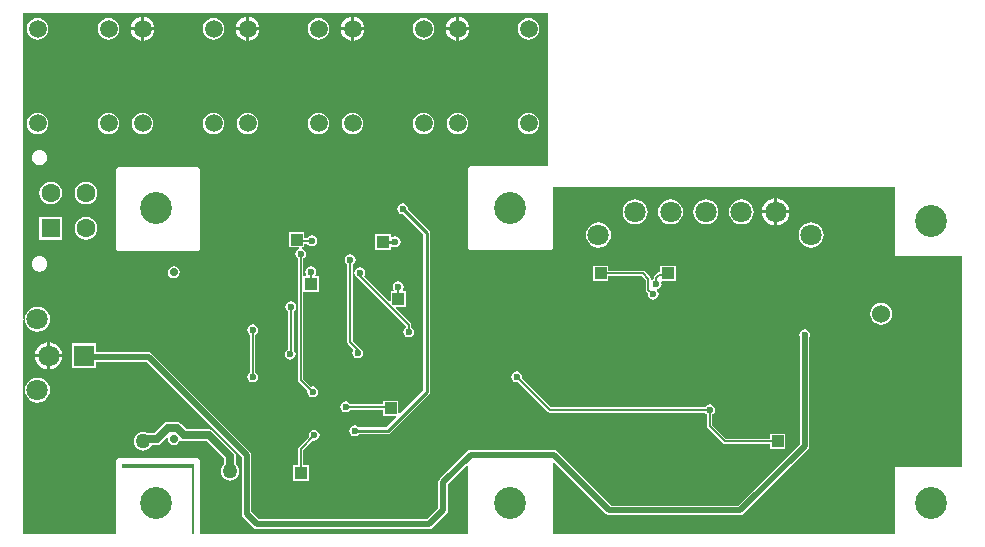
<source format=gbl>
G04*
G04 #@! TF.GenerationSoftware,Altium Limited,Altium Designer,19.1.9 (167)*
G04*
G04 Layer_Physical_Order=2*
G04 Layer_Color=16711680*
%FSLAX25Y25*%
%MOIN*%
G70*
G01*
G75*
%ADD11C,0.01968*%
%ADD13C,0.01000*%
%ADD17C,0.00606*%
%ADD57R,0.03937X0.03937*%
%ADD58C,0.02756*%
%ADD61C,0.07087*%
%ADD62R,0.07087X0.07087*%
%ADD63C,0.06299*%
%ADD64R,0.06299X0.06299*%
%ADD65C,0.06000*%
%ADD66C,0.02756*%
%ADD67C,0.10630*%
%ADD68C,0.05906*%
%ADD69C,0.05000*%
%ADD70C,0.02362*%
G36*
X176369Y124381D02*
X150961D01*
X150531Y124296D01*
X150168Y124053D01*
X149925Y123689D01*
X149839Y123260D01*
Y97276D01*
X149925Y96846D01*
X150168Y96482D01*
X150531Y96239D01*
X150961Y96154D01*
X176945D01*
X177374Y96239D01*
X177738Y96482D01*
X177981Y96846D01*
X178066Y97276D01*
Y117369D01*
X292236D01*
Y94189D01*
X314369D01*
Y23811D01*
X292189D01*
X292000Y23622D01*
Y1631D01*
X178114D01*
Y25327D01*
X178548Y25545D01*
X178596Y25551D01*
X195790Y8358D01*
X196314Y8008D01*
X196932Y7885D01*
X240500D01*
X241118Y8008D01*
X241642Y8358D01*
X263142Y29858D01*
X263492Y30382D01*
X263615Y31000D01*
Y67212D01*
X263678Y67305D01*
X263816Y68000D01*
X263678Y68695D01*
X263284Y69284D01*
X262695Y69678D01*
X262000Y69816D01*
X261305Y69678D01*
X260716Y69284D01*
X260322Y68695D01*
X260184Y68000D01*
X260322Y67305D01*
X260385Y67212D01*
Y31669D01*
X239831Y11115D01*
X197601D01*
X179498Y29219D01*
X178974Y29569D01*
X178355Y29692D01*
X150645D01*
X150026Y29569D01*
X149502Y29219D01*
X140358Y20074D01*
X140008Y19550D01*
X139885Y18932D01*
Y10169D01*
X136274Y6559D01*
X80048D01*
X77615Y8992D01*
Y27911D01*
X77492Y28529D01*
X77142Y29053D01*
X44531Y61664D01*
X44007Y62014D01*
X43389Y62137D01*
X25954D01*
Y65143D01*
X17668D01*
Y56857D01*
X25954D01*
Y58907D01*
X42720D01*
X74385Y27242D01*
Y8322D01*
X74508Y7704D01*
X74858Y7180D01*
X78237Y3801D01*
X78761Y3451D01*
X79379Y3328D01*
X136943D01*
X137562Y3451D01*
X138085Y3801D01*
X142642Y8358D01*
X142992Y8882D01*
X143115Y9500D01*
Y18263D01*
X149424Y24572D01*
X149886Y24381D01*
Y1631D01*
X60614D01*
Y25992D01*
X60528Y26421D01*
X60285Y26785D01*
X59921Y27028D01*
X59492Y27114D01*
X33508D01*
X33079Y27028D01*
X32715Y26785D01*
X32472Y26421D01*
X32386Y25992D01*
Y1631D01*
X1631D01*
Y49465D01*
X2131Y49498D01*
X2172Y49193D01*
X2263Y48501D01*
X2680Y47493D01*
X3344Y46628D01*
X4210Y45963D01*
X5218Y45546D01*
X6299Y45404D01*
X7381Y45546D01*
X8389Y45963D01*
X9254Y46628D01*
X9918Y47493D01*
X10336Y48501D01*
X10478Y49583D01*
X10336Y50664D01*
X9918Y51672D01*
X9254Y52538D01*
X8389Y53202D01*
X7381Y53619D01*
X6299Y53762D01*
X5218Y53619D01*
X4210Y53202D01*
X3344Y52538D01*
X2680Y51672D01*
X2263Y50664D01*
X2172Y49972D01*
X2131Y49667D01*
X1631Y49700D01*
Y73087D01*
X2131Y73120D01*
X2172Y72815D01*
X2263Y72123D01*
X2680Y71115D01*
X3344Y70250D01*
X4210Y69586D01*
X5218Y69168D01*
X6299Y69026D01*
X7381Y69168D01*
X8389Y69586D01*
X9254Y70250D01*
X9918Y71115D01*
X10336Y72123D01*
X10478Y73205D01*
X10336Y74286D01*
X9918Y75294D01*
X9254Y76160D01*
X8389Y76824D01*
X7381Y77241D01*
X6299Y77384D01*
X5218Y77241D01*
X4210Y76824D01*
X3344Y76160D01*
X2680Y75294D01*
X2263Y74286D01*
X2172Y73594D01*
X2131Y73289D01*
X1631Y73322D01*
X1631Y175369D01*
X176369Y175369D01*
Y124381D01*
D02*
G37*
G36*
X58371Y1631D02*
X57653D01*
Y23653D01*
X34629D01*
Y24871D01*
X58371D01*
Y1631D01*
D02*
G37*
%LPC*%
G36*
X146878Y173921D02*
Y170500D01*
X150299D01*
X150229Y171032D01*
X149831Y171993D01*
X149197Y172819D01*
X148371Y173453D01*
X147410Y173851D01*
X146878Y173921D01*
D02*
G37*
G36*
X111878D02*
Y170500D01*
X115299D01*
X115229Y171032D01*
X114831Y171993D01*
X114197Y172819D01*
X113371Y173453D01*
X112410Y173851D01*
X111878Y173921D01*
D02*
G37*
G36*
X76878D02*
Y170500D01*
X80299D01*
X80229Y171032D01*
X79831Y171993D01*
X79197Y172819D01*
X78371Y173453D01*
X77410Y173851D01*
X76878Y173921D01*
D02*
G37*
G36*
X145878D02*
X145346Y173851D01*
X144385Y173453D01*
X143559Y172819D01*
X142925Y171993D01*
X142527Y171032D01*
X142457Y170500D01*
X145878D01*
Y173921D01*
D02*
G37*
G36*
X110878D02*
X110346Y173851D01*
X109385Y173453D01*
X108559Y172819D01*
X107925Y171993D01*
X107527Y171032D01*
X107457Y170500D01*
X110878D01*
Y173921D01*
D02*
G37*
G36*
X75878D02*
X75346Y173851D01*
X74384Y173453D01*
X73559Y172819D01*
X72925Y171993D01*
X72527Y171032D01*
X72457Y170500D01*
X75878D01*
Y173921D01*
D02*
G37*
G36*
X41878D02*
Y170500D01*
X45299D01*
X45229Y171032D01*
X44831Y171993D01*
X44197Y172819D01*
X43371Y173453D01*
X42410Y173851D01*
X41878Y173921D01*
D02*
G37*
G36*
X40878D02*
X40346Y173851D01*
X39384Y173453D01*
X38559Y172819D01*
X37925Y171993D01*
X37527Y171032D01*
X37457Y170500D01*
X40878D01*
Y173921D01*
D02*
G37*
G36*
X170000Y173583D02*
X169073Y173461D01*
X168208Y173103D01*
X167466Y172534D01*
X166897Y171792D01*
X166539Y170927D01*
X166417Y170000D01*
X166539Y169073D01*
X166897Y168208D01*
X167466Y167466D01*
X168208Y166897D01*
X169073Y166539D01*
X170000Y166417D01*
X170927Y166539D01*
X171792Y166897D01*
X172534Y167466D01*
X173103Y168208D01*
X173461Y169073D01*
X173583Y170000D01*
X173461Y170927D01*
X173103Y171792D01*
X172534Y172534D01*
X171792Y173103D01*
X170927Y173461D01*
X170000Y173583D01*
D02*
G37*
G36*
X135000D02*
X134073Y173461D01*
X133208Y173103D01*
X132466Y172534D01*
X131897Y171792D01*
X131539Y170927D01*
X131417Y170000D01*
X131539Y169073D01*
X131897Y168208D01*
X132466Y167466D01*
X133208Y166897D01*
X134073Y166539D01*
X135000Y166417D01*
X135927Y166539D01*
X136792Y166897D01*
X137534Y167466D01*
X138103Y168208D01*
X138461Y169073D01*
X138583Y170000D01*
X138461Y170927D01*
X138103Y171792D01*
X137534Y172534D01*
X136792Y173103D01*
X135927Y173461D01*
X135000Y173583D01*
D02*
G37*
G36*
X100000D02*
X99073Y173461D01*
X98208Y173103D01*
X97466Y172534D01*
X96897Y171792D01*
X96539Y170927D01*
X96417Y170000D01*
X96539Y169073D01*
X96897Y168208D01*
X97466Y167466D01*
X98208Y166897D01*
X99073Y166539D01*
X100000Y166417D01*
X100927Y166539D01*
X101792Y166897D01*
X102534Y167466D01*
X103103Y168208D01*
X103461Y169073D01*
X103583Y170000D01*
X103461Y170927D01*
X103103Y171792D01*
X102534Y172534D01*
X101792Y173103D01*
X100927Y173461D01*
X100000Y173583D01*
D02*
G37*
G36*
X65000D02*
X64073Y173461D01*
X63208Y173103D01*
X62466Y172534D01*
X61897Y171792D01*
X61539Y170927D01*
X61417Y170000D01*
X61539Y169073D01*
X61897Y168208D01*
X62466Y167466D01*
X63208Y166897D01*
X64073Y166539D01*
X65000Y166417D01*
X65927Y166539D01*
X66792Y166897D01*
X67534Y167466D01*
X68103Y168208D01*
X68461Y169073D01*
X68583Y170000D01*
X68461Y170927D01*
X68103Y171792D01*
X67534Y172534D01*
X66792Y173103D01*
X65927Y173461D01*
X65000Y173583D01*
D02*
G37*
G36*
X30000D02*
X29073Y173461D01*
X28208Y173103D01*
X27466Y172534D01*
X26897Y171792D01*
X26539Y170927D01*
X26417Y170000D01*
X26539Y169073D01*
X26897Y168208D01*
X27466Y167466D01*
X28208Y166897D01*
X29073Y166539D01*
X30000Y166417D01*
X30927Y166539D01*
X31792Y166897D01*
X32534Y167466D01*
X33103Y168208D01*
X33461Y169073D01*
X33583Y170000D01*
X33461Y170927D01*
X33103Y171792D01*
X32534Y172534D01*
X31792Y173103D01*
X30927Y173461D01*
X30000Y173583D01*
D02*
G37*
G36*
X6378D02*
X5451Y173461D01*
X4586Y173103D01*
X3844Y172534D01*
X3275Y171792D01*
X2917Y170927D01*
X2795Y170000D01*
X2917Y169073D01*
X3275Y168208D01*
X3844Y167466D01*
X4586Y166897D01*
X5451Y166539D01*
X6378Y166417D01*
X7305Y166539D01*
X8170Y166897D01*
X8912Y167466D01*
X9481Y168208D01*
X9839Y169073D01*
X9961Y170000D01*
X9839Y170927D01*
X9481Y171792D01*
X8912Y172534D01*
X8170Y173103D01*
X7305Y173461D01*
X6378Y173583D01*
D02*
G37*
G36*
X150299Y169500D02*
X146878D01*
Y166079D01*
X147410Y166149D01*
X148371Y166547D01*
X149197Y167181D01*
X149831Y168007D01*
X150229Y168968D01*
X150299Y169500D01*
D02*
G37*
G36*
X115299D02*
X111878D01*
Y166079D01*
X112410Y166149D01*
X113371Y166547D01*
X114197Y167181D01*
X114831Y168007D01*
X115229Y168968D01*
X115299Y169500D01*
D02*
G37*
G36*
X80299D02*
X76878D01*
Y166079D01*
X77410Y166149D01*
X78371Y166547D01*
X79197Y167181D01*
X79831Y168007D01*
X80229Y168968D01*
X80299Y169500D01*
D02*
G37*
G36*
X45299Y169500D02*
X41878D01*
Y166079D01*
X42410Y166149D01*
X43371Y166547D01*
X44197Y167181D01*
X44831Y168007D01*
X45229Y168968D01*
X45299Y169500D01*
D02*
G37*
G36*
X40878D02*
X37457D01*
X37527Y168968D01*
X37925Y168007D01*
X38559Y167181D01*
X39384Y166547D01*
X40346Y166149D01*
X40878Y166079D01*
Y169500D01*
D02*
G37*
G36*
X145878Y169500D02*
X142457D01*
X142527Y168968D01*
X142925Y168007D01*
X143559Y167181D01*
X144385Y166547D01*
X145346Y166149D01*
X145878Y166079D01*
Y169500D01*
D02*
G37*
G36*
X110878D02*
X107457D01*
X107527Y168968D01*
X107925Y168007D01*
X108559Y167181D01*
X109385Y166547D01*
X110346Y166149D01*
X110878Y166079D01*
Y169500D01*
D02*
G37*
G36*
X75878D02*
X72457D01*
X72527Y168968D01*
X72925Y168007D01*
X73559Y167181D01*
X74384Y166547D01*
X75346Y166149D01*
X75878Y166079D01*
Y169500D01*
D02*
G37*
G36*
X170000Y142087D02*
X169073Y141965D01*
X168208Y141607D01*
X167466Y141038D01*
X166897Y140296D01*
X166539Y139431D01*
X166417Y138504D01*
X166539Y137576D01*
X166897Y136712D01*
X167466Y135970D01*
X168208Y135401D01*
X169073Y135043D01*
X170000Y134921D01*
X170927Y135043D01*
X171792Y135401D01*
X172534Y135970D01*
X173103Y136712D01*
X173461Y137576D01*
X173583Y138504D01*
X173461Y139431D01*
X173103Y140296D01*
X172534Y141038D01*
X171792Y141607D01*
X170927Y141965D01*
X170000Y142087D01*
D02*
G37*
G36*
X146378D02*
X145450Y141965D01*
X144586Y141607D01*
X143844Y141038D01*
X143275Y140296D01*
X142917Y139431D01*
X142795Y138504D01*
X142917Y137576D01*
X143275Y136712D01*
X143844Y135970D01*
X144586Y135401D01*
X145450Y135043D01*
X146378Y134921D01*
X147305Y135043D01*
X148170Y135401D01*
X148912Y135970D01*
X149481Y136712D01*
X149839Y137576D01*
X149961Y138504D01*
X149839Y139431D01*
X149481Y140296D01*
X148912Y141038D01*
X148170Y141607D01*
X147305Y141965D01*
X146378Y142087D01*
D02*
G37*
G36*
X135000D02*
X134073Y141965D01*
X133208Y141607D01*
X132466Y141038D01*
X131897Y140296D01*
X131539Y139431D01*
X131417Y138504D01*
X131539Y137576D01*
X131897Y136712D01*
X132466Y135970D01*
X133208Y135401D01*
X134073Y135043D01*
X135000Y134921D01*
X135927Y135043D01*
X136792Y135401D01*
X137534Y135970D01*
X138103Y136712D01*
X138461Y137576D01*
X138583Y138504D01*
X138461Y139431D01*
X138103Y140296D01*
X137534Y141038D01*
X136792Y141607D01*
X135927Y141965D01*
X135000Y142087D01*
D02*
G37*
G36*
X111378D02*
X110450Y141965D01*
X109586Y141607D01*
X108844Y141038D01*
X108275Y140296D01*
X107917Y139431D01*
X107794Y138504D01*
X107917Y137576D01*
X108275Y136712D01*
X108844Y135970D01*
X109586Y135401D01*
X110450Y135043D01*
X111378Y134921D01*
X112305Y135043D01*
X113170Y135401D01*
X113912Y135970D01*
X114481Y136712D01*
X114839Y137576D01*
X114961Y138504D01*
X114839Y139431D01*
X114481Y140296D01*
X113912Y141038D01*
X113170Y141607D01*
X112305Y141965D01*
X111378Y142087D01*
D02*
G37*
G36*
X100000D02*
X99073Y141965D01*
X98208Y141607D01*
X97466Y141038D01*
X96897Y140296D01*
X96539Y139431D01*
X96417Y138504D01*
X96539Y137576D01*
X96897Y136712D01*
X97466Y135970D01*
X98208Y135401D01*
X99073Y135043D01*
X100000Y134921D01*
X100927Y135043D01*
X101792Y135401D01*
X102534Y135970D01*
X103103Y136712D01*
X103461Y137576D01*
X103583Y138504D01*
X103461Y139431D01*
X103103Y140296D01*
X102534Y141038D01*
X101792Y141607D01*
X100927Y141965D01*
X100000Y142087D01*
D02*
G37*
G36*
X76378D02*
X75450Y141965D01*
X74586Y141607D01*
X73844Y141038D01*
X73275Y140296D01*
X72917Y139431D01*
X72795Y138504D01*
X72917Y137576D01*
X73275Y136712D01*
X73844Y135970D01*
X74586Y135401D01*
X75450Y135043D01*
X76378Y134921D01*
X77305Y135043D01*
X78170Y135401D01*
X78912Y135970D01*
X79481Y136712D01*
X79839Y137576D01*
X79961Y138504D01*
X79839Y139431D01*
X79481Y140296D01*
X78912Y141038D01*
X78170Y141607D01*
X77305Y141965D01*
X76378Y142087D01*
D02*
G37*
G36*
X65000D02*
X64073Y141965D01*
X63208Y141607D01*
X62466Y141038D01*
X61897Y140296D01*
X61539Y139431D01*
X61417Y138504D01*
X61539Y137576D01*
X61897Y136712D01*
X62466Y135970D01*
X63208Y135401D01*
X64073Y135043D01*
X65000Y134921D01*
X65927Y135043D01*
X66792Y135401D01*
X67534Y135970D01*
X68103Y136712D01*
X68461Y137576D01*
X68583Y138504D01*
X68461Y139431D01*
X68103Y140296D01*
X67534Y141038D01*
X66792Y141607D01*
X65927Y141965D01*
X65000Y142087D01*
D02*
G37*
G36*
X41378D02*
X40451Y141965D01*
X39586Y141607D01*
X38844Y141038D01*
X38275Y140296D01*
X37917Y139431D01*
X37795Y138504D01*
X37917Y137576D01*
X38275Y136712D01*
X38844Y135970D01*
X39586Y135401D01*
X40451Y135043D01*
X41378Y134921D01*
X42305Y135043D01*
X43170Y135401D01*
X43912Y135970D01*
X44481Y136712D01*
X44839Y137576D01*
X44961Y138504D01*
X44839Y139431D01*
X44481Y140296D01*
X43912Y141038D01*
X43170Y141607D01*
X42305Y141965D01*
X41378Y142087D01*
D02*
G37*
G36*
X30000D02*
X29073Y141965D01*
X28208Y141607D01*
X27466Y141038D01*
X26897Y140296D01*
X26539Y139431D01*
X26417Y138504D01*
X26539Y137576D01*
X26897Y136712D01*
X27466Y135970D01*
X28208Y135401D01*
X29073Y135043D01*
X30000Y134921D01*
X30927Y135043D01*
X31792Y135401D01*
X32534Y135970D01*
X33103Y136712D01*
X33461Y137576D01*
X33583Y138504D01*
X33461Y139431D01*
X33103Y140296D01*
X32534Y141038D01*
X31792Y141607D01*
X30927Y141965D01*
X30000Y142087D01*
D02*
G37*
G36*
X6378D02*
X5451Y141965D01*
X4586Y141607D01*
X3844Y141038D01*
X3275Y140296D01*
X2917Y139431D01*
X2795Y138504D01*
X2917Y137576D01*
X3275Y136712D01*
X3844Y135970D01*
X4586Y135401D01*
X5451Y135043D01*
X6378Y134921D01*
X7305Y135043D01*
X8170Y135401D01*
X8912Y135970D01*
X9481Y136712D01*
X9839Y137576D01*
X9961Y138504D01*
X9839Y139431D01*
X9481Y140296D01*
X8912Y141038D01*
X8170Y141607D01*
X7305Y141965D01*
X6378Y142087D01*
D02*
G37*
G36*
X6988Y129752D02*
X6307Y129663D01*
X5673Y129400D01*
X5128Y128982D01*
X4710Y128437D01*
X4448Y127803D01*
X4358Y127122D01*
X4448Y126441D01*
X4710Y125807D01*
X5128Y125262D01*
X5673Y124844D01*
X6307Y124581D01*
X6988Y124492D01*
X7669Y124581D01*
X8303Y124844D01*
X8848Y125262D01*
X9266Y125807D01*
X9529Y126441D01*
X9619Y127122D01*
X9529Y127803D01*
X9266Y128437D01*
X8848Y128982D01*
X8303Y129400D01*
X7669Y129663D01*
X6988Y129752D01*
D02*
G37*
G36*
X22500Y119093D02*
X21521Y118964D01*
X20609Y118586D01*
X19826Y117985D01*
X19225Y117202D01*
X18847Y116290D01*
X18718Y115311D01*
X18847Y114332D01*
X19225Y113420D01*
X19826Y112637D01*
X20609Y112036D01*
X21521Y111658D01*
X22500Y111529D01*
X23479Y111658D01*
X24391Y112036D01*
X25174Y112637D01*
X25775Y113420D01*
X26153Y114332D01*
X26282Y115311D01*
X26153Y116290D01*
X25775Y117202D01*
X25174Y117985D01*
X24391Y118586D01*
X23479Y118964D01*
X22500Y119093D01*
D02*
G37*
G36*
X10689D02*
X9710Y118964D01*
X8798Y118586D01*
X8015Y117985D01*
X7414Y117202D01*
X7036Y116290D01*
X6907Y115311D01*
X7036Y114332D01*
X7414Y113420D01*
X8015Y112637D01*
X8798Y112036D01*
X9710Y111658D01*
X10689Y111529D01*
X11668Y111658D01*
X12580Y112036D01*
X13363Y112637D01*
X13964Y113420D01*
X14342Y114332D01*
X14471Y115311D01*
X14342Y116290D01*
X13964Y117202D01*
X13363Y117985D01*
X12580Y118586D01*
X11668Y118964D01*
X10689Y119093D01*
D02*
G37*
G36*
X252850Y113517D02*
Y109500D01*
X256867D01*
X256777Y110186D01*
X256319Y111291D01*
X255591Y112240D01*
X254642Y112969D01*
X253536Y113426D01*
X252850Y113517D01*
D02*
G37*
G36*
X251850Y113517D02*
X251164Y113426D01*
X250059Y112969D01*
X249110Y112240D01*
X248382Y111291D01*
X247924Y110186D01*
X247834Y109500D01*
X251850D01*
Y113517D01*
D02*
G37*
G36*
X240933Y113179D02*
X239851Y113037D01*
X238843Y112619D01*
X237978Y111955D01*
X237314Y111090D01*
X236896Y110082D01*
X236754Y109000D01*
X236896Y107918D01*
X237314Y106911D01*
X237978Y106045D01*
X238843Y105381D01*
X239851Y104963D01*
X240933Y104821D01*
X242015Y104963D01*
X243023Y105381D01*
X243888Y106045D01*
X244552Y106911D01*
X244970Y107918D01*
X245112Y109000D01*
X244970Y110082D01*
X244552Y111090D01*
X243888Y111955D01*
X243023Y112619D01*
X242015Y113037D01*
X240933Y113179D01*
D02*
G37*
G36*
X229122D02*
X228040Y113037D01*
X227032Y112619D01*
X226167Y111955D01*
X225503Y111090D01*
X225085Y110082D01*
X224943Y109000D01*
X225085Y107918D01*
X225503Y106911D01*
X226167Y106045D01*
X227032Y105381D01*
X228040Y104963D01*
X229122Y104821D01*
X230204Y104963D01*
X231212Y105381D01*
X232077Y106045D01*
X232741Y106911D01*
X233159Y107918D01*
X233301Y109000D01*
X233159Y110082D01*
X232741Y111090D01*
X232077Y111955D01*
X231212Y112619D01*
X230204Y113037D01*
X229122Y113179D01*
D02*
G37*
G36*
X217311D02*
X216229Y113037D01*
X215222Y112619D01*
X214356Y111955D01*
X213692Y111090D01*
X213274Y110082D01*
X213132Y109000D01*
X213274Y107918D01*
X213692Y106911D01*
X214356Y106045D01*
X215222Y105381D01*
X216229Y104963D01*
X217311Y104821D01*
X218393Y104963D01*
X219401Y105381D01*
X220266Y106045D01*
X220930Y106911D01*
X221348Y107918D01*
X221490Y109000D01*
X221348Y110082D01*
X220930Y111090D01*
X220266Y111955D01*
X219401Y112619D01*
X218393Y113037D01*
X217311Y113179D01*
D02*
G37*
G36*
X205500D02*
X204418Y113037D01*
X203411Y112619D01*
X202545Y111955D01*
X201881Y111090D01*
X201463Y110082D01*
X201321Y109000D01*
X201463Y107918D01*
X201881Y106911D01*
X202545Y106045D01*
X203411Y105381D01*
X204418Y104963D01*
X205500Y104821D01*
X206582Y104963D01*
X207590Y105381D01*
X208455Y106045D01*
X209119Y106911D01*
X209537Y107918D01*
X209679Y109000D01*
X209537Y110082D01*
X209119Y111090D01*
X208455Y111955D01*
X207590Y112619D01*
X206582Y113037D01*
X205500Y113179D01*
D02*
G37*
G36*
X256867Y108500D02*
X252850D01*
Y104483D01*
X253536Y104574D01*
X254642Y105031D01*
X255591Y105760D01*
X256319Y106709D01*
X256777Y107814D01*
X256867Y108500D01*
D02*
G37*
G36*
X251850D02*
X247834D01*
X247924Y107814D01*
X248382Y106709D01*
X249110Y105760D01*
X250059Y105031D01*
X251164Y104574D01*
X251850Y104483D01*
Y108500D01*
D02*
G37*
G36*
X14439Y107250D02*
X6939D01*
Y99750D01*
X14439D01*
Y107250D01*
D02*
G37*
G36*
X22500Y107282D02*
X21521Y107153D01*
X20609Y106775D01*
X19826Y106174D01*
X19225Y105391D01*
X18847Y104479D01*
X18718Y103500D01*
X18847Y102521D01*
X19225Y101609D01*
X19826Y100826D01*
X20609Y100225D01*
X21521Y99847D01*
X22500Y99718D01*
X23479Y99847D01*
X24391Y100225D01*
X25174Y100826D01*
X25775Y101609D01*
X26153Y102521D01*
X26282Y103500D01*
X26153Y104479D01*
X25775Y105391D01*
X25174Y106174D01*
X24391Y106775D01*
X23479Y107153D01*
X22500Y107282D01*
D02*
G37*
G36*
X95299Y102338D02*
X90162D01*
Y97201D01*
X93372D01*
X93422Y96701D01*
X93305Y96678D01*
X92716Y96284D01*
X92322Y95695D01*
X92184Y95000D01*
X92322Y94305D01*
X92716Y93716D01*
X93079Y93473D01*
Y53000D01*
X93149Y52648D01*
X93349Y52349D01*
X96269Y49428D01*
X96184Y49000D01*
X96322Y48305D01*
X96716Y47716D01*
X97305Y47322D01*
X98000Y47184D01*
X98695Y47322D01*
X99284Y47716D01*
X99678Y48305D01*
X99816Y49000D01*
X99678Y49695D01*
X99284Y50284D01*
X98695Y50678D01*
X98000Y50816D01*
X97571Y50731D01*
X94921Y53381D01*
Y82432D01*
X100002D01*
Y87568D01*
X99220D01*
X98953Y88068D01*
X99111Y88305D01*
X99249Y89000D01*
X99111Y89695D01*
X98717Y90284D01*
X98128Y90678D01*
X97433Y90816D01*
X96738Y90678D01*
X96149Y90284D01*
X95756Y89695D01*
X95617Y89000D01*
X95756Y88305D01*
X95914Y88068D01*
X95646Y87568D01*
X94921D01*
Y93473D01*
X95284Y93716D01*
X95678Y94305D01*
X95816Y95000D01*
X95678Y95695D01*
X95284Y96284D01*
X94695Y96678D01*
X94578Y96701D01*
X94628Y97201D01*
X95299D01*
Y98387D01*
X96208D01*
X96451Y98024D01*
X97040Y97631D01*
X97735Y97492D01*
X98430Y97631D01*
X99019Y98024D01*
X99413Y98613D01*
X99551Y99308D01*
X99413Y100003D01*
X99019Y100592D01*
X98430Y100986D01*
X97735Y101124D01*
X97040Y100986D01*
X96451Y100592D01*
X96208Y100229D01*
X95299D01*
Y102338D01*
D02*
G37*
G36*
X124068Y101568D02*
X118931D01*
Y96431D01*
X124068D01*
Y97213D01*
X124568Y97480D01*
X124805Y97322D01*
X125500Y97184D01*
X126195Y97322D01*
X126784Y97716D01*
X127178Y98305D01*
X127316Y99000D01*
X127178Y99695D01*
X126784Y100284D01*
X126195Y100678D01*
X125500Y100816D01*
X124805Y100678D01*
X124568Y100520D01*
X124068Y100787D01*
Y101568D01*
D02*
G37*
G36*
X264161Y105463D02*
X263080Y105320D01*
X262072Y104903D01*
X261206Y104238D01*
X260542Y103373D01*
X260125Y102365D01*
X259982Y101284D01*
X260125Y100202D01*
X260542Y99194D01*
X261206Y98328D01*
X262072Y97664D01*
X263080Y97247D01*
X264161Y97104D01*
X265243Y97247D01*
X266251Y97664D01*
X267116Y98328D01*
X267781Y99194D01*
X268198Y100202D01*
X268340Y101284D01*
X268198Y102365D01*
X267781Y103373D01*
X267116Y104238D01*
X266251Y104903D01*
X265243Y105320D01*
X264161Y105463D01*
D02*
G37*
G36*
X193295D02*
X192214Y105320D01*
X191206Y104903D01*
X190340Y104238D01*
X189676Y103373D01*
X189259Y102365D01*
X189116Y101284D01*
X189259Y100202D01*
X189676Y99194D01*
X190340Y98328D01*
X191206Y97664D01*
X192214Y97247D01*
X193295Y97104D01*
X194377Y97247D01*
X195385Y97664D01*
X196250Y98328D01*
X196914Y99194D01*
X197332Y100202D01*
X197474Y101284D01*
X197332Y102365D01*
X196914Y103373D01*
X196250Y104238D01*
X195385Y104903D01*
X194377Y105320D01*
X193295Y105463D01*
D02*
G37*
G36*
X59492Y124114D02*
X33508D01*
X33079Y124028D01*
X32715Y123785D01*
X32472Y123421D01*
X32386Y122992D01*
Y97008D01*
X32472Y96579D01*
X32715Y96215D01*
X33079Y95972D01*
X33508Y95886D01*
X59492D01*
X59921Y95972D01*
X60285Y96215D01*
X60528Y96579D01*
X60614Y97008D01*
Y122992D01*
X60528Y123421D01*
X60285Y123785D01*
X59921Y124028D01*
X59492Y124114D01*
D02*
G37*
G36*
X6988Y94319D02*
X6307Y94230D01*
X5673Y93967D01*
X5128Y93549D01*
X4710Y93004D01*
X4447Y92370D01*
X4358Y91689D01*
X4447Y91008D01*
X4710Y90374D01*
X5128Y89829D01*
X5673Y89411D01*
X6307Y89148D01*
X6988Y89059D01*
X7669Y89148D01*
X8303Y89411D01*
X8848Y89829D01*
X9266Y90374D01*
X9529Y91008D01*
X9619Y91689D01*
X9529Y92370D01*
X9266Y93004D01*
X8848Y93549D01*
X8303Y93967D01*
X7669Y94230D01*
X6988Y94319D01*
D02*
G37*
G36*
X51748Y90828D02*
X50976Y90674D01*
X50322Y90237D01*
X49885Y89583D01*
X49731Y88811D01*
X49885Y88039D01*
X50322Y87385D01*
X50976Y86948D01*
X51748Y86794D01*
X52520Y86948D01*
X53174Y87385D01*
X53611Y88039D01*
X53765Y88811D01*
X53611Y89583D01*
X53174Y90237D01*
X52520Y90674D01*
X51748Y90828D01*
D02*
G37*
G36*
X219069Y91069D02*
X213931D01*
Y88921D01*
X213500D01*
X213148Y88851D01*
X212849Y88651D01*
X211939Y87742D01*
X211740Y87443D01*
X211670Y87090D01*
Y86686D01*
X211284Y86422D01*
X210837Y86611D01*
Y86734D01*
X210767Y87086D01*
X210567Y87385D01*
X208801Y89151D01*
X208502Y89351D01*
X208150Y89421D01*
X196569D01*
Y91069D01*
X191431D01*
Y85931D01*
X196569D01*
Y87579D01*
X207768D01*
X208995Y86352D01*
Y83084D01*
X209065Y82732D01*
X209265Y82433D01*
X209769Y81928D01*
X209684Y81500D01*
X209822Y80805D01*
X210216Y80216D01*
X210805Y79822D01*
X211500Y79684D01*
X212195Y79822D01*
X212784Y80216D01*
X213178Y80805D01*
X213316Y81500D01*
X213178Y82195D01*
X212816Y82737D01*
X212856Y82996D01*
X212951Y83274D01*
X213195Y83322D01*
X213784Y83716D01*
X214178Y84305D01*
X214316Y85000D01*
X214230Y85431D01*
X214575Y85931D01*
X219069D01*
Y91069D01*
D02*
G37*
G36*
X287500Y78631D02*
X286560Y78507D01*
X285684Y78145D01*
X284932Y77568D01*
X284355Y76815D01*
X283993Y75940D01*
X283869Y75000D01*
X283993Y74060D01*
X284355Y73185D01*
X284932Y72432D01*
X285684Y71855D01*
X286560Y71493D01*
X287500Y71369D01*
X288440Y71493D01*
X289316Y71855D01*
X290068Y72432D01*
X290645Y73185D01*
X291007Y74060D01*
X291131Y75000D01*
X291007Y75940D01*
X290645Y76815D01*
X290068Y77568D01*
X289316Y78145D01*
X288440Y78507D01*
X287500Y78631D01*
D02*
G37*
G36*
X113750Y90566D02*
X113055Y90428D01*
X112466Y90034D01*
X112072Y89445D01*
X111934Y88750D01*
X112072Y88055D01*
X112466Y87466D01*
X112989Y87117D01*
X113099Y86952D01*
X129057Y70994D01*
X129028Y70493D01*
X128716Y70284D01*
X128322Y69695D01*
X128184Y69000D01*
X128322Y68305D01*
X128716Y67716D01*
X129305Y67322D01*
X130000Y67184D01*
X130695Y67322D01*
X131284Y67716D01*
X131678Y68305D01*
X131816Y69000D01*
X131678Y69695D01*
X131284Y70284D01*
X130921Y70527D01*
Y71353D01*
X130851Y71705D01*
X130651Y72004D01*
X125686Y76970D01*
X125877Y77431D01*
X129136D01*
Y82569D01*
X128354D01*
X128087Y83069D01*
X128245Y83305D01*
X128383Y84000D01*
X128245Y84695D01*
X127851Y85284D01*
X127262Y85678D01*
X126567Y85816D01*
X125872Y85678D01*
X125283Y85284D01*
X124890Y84695D01*
X124751Y84000D01*
X124890Y83305D01*
X125048Y83069D01*
X124780Y82569D01*
X123999D01*
Y79310D01*
X123537Y79118D01*
X115096Y87559D01*
X115428Y88055D01*
X115566Y88750D01*
X115428Y89445D01*
X115034Y90034D01*
X114445Y90428D01*
X113750Y90566D01*
D02*
G37*
G36*
X10500Y65517D02*
Y61500D01*
X14517D01*
X14426Y62186D01*
X13969Y63291D01*
X13240Y64240D01*
X12291Y64969D01*
X11186Y65426D01*
X10500Y65517D01*
D02*
G37*
G36*
X9500D02*
X8814Y65426D01*
X7709Y64969D01*
X6760Y64240D01*
X6031Y63291D01*
X5574Y62186D01*
X5483Y61500D01*
X9500D01*
Y65517D01*
D02*
G37*
G36*
X110500Y94816D02*
X109805Y94678D01*
X109216Y94284D01*
X108822Y93695D01*
X108684Y93000D01*
X108822Y92305D01*
X109216Y91716D01*
X109579Y91473D01*
Y65500D01*
X109649Y65148D01*
X109849Y64849D01*
X111595Y63103D01*
X111322Y62695D01*
X111184Y62000D01*
X111322Y61305D01*
X111716Y60716D01*
X112305Y60322D01*
X113000Y60184D01*
X113695Y60322D01*
X114284Y60716D01*
X114678Y61305D01*
X114816Y62000D01*
X114678Y62695D01*
X114284Y63284D01*
X113695Y63678D01*
X113607Y63695D01*
X111421Y65881D01*
Y91473D01*
X111784Y91716D01*
X112178Y92305D01*
X112316Y93000D01*
X112178Y93695D01*
X111784Y94284D01*
X111195Y94678D01*
X110500Y94816D01*
D02*
G37*
G36*
X90745Y79161D02*
X90050Y79023D01*
X89461Y78629D01*
X89067Y78040D01*
X88929Y77345D01*
X89067Y76650D01*
X89461Y76061D01*
X89824Y75818D01*
Y63182D01*
X89805Y63178D01*
X89216Y62784D01*
X88822Y62195D01*
X88684Y61500D01*
X88822Y60805D01*
X89216Y60216D01*
X89805Y59822D01*
X90500Y59684D01*
X91195Y59822D01*
X91784Y60216D01*
X92178Y60805D01*
X92316Y61500D01*
X92178Y62195D01*
X91784Y62784D01*
X91666Y62863D01*
Y75818D01*
X92029Y76061D01*
X92423Y76650D01*
X92561Y77345D01*
X92423Y78040D01*
X92029Y78629D01*
X91440Y79023D01*
X90745Y79161D01*
D02*
G37*
G36*
X14517Y60500D02*
X10500D01*
Y56483D01*
X11186Y56574D01*
X12291Y57031D01*
X13240Y57760D01*
X13969Y58709D01*
X14426Y59814D01*
X14517Y60500D01*
D02*
G37*
G36*
X9500D02*
X5483D01*
X5574Y59814D01*
X6031Y58709D01*
X6760Y57760D01*
X7709Y57031D01*
X8814Y56574D01*
X9500Y56483D01*
Y60500D01*
D02*
G37*
G36*
X78000Y71454D02*
X77305Y71316D01*
X76716Y70922D01*
X76322Y70333D01*
X76184Y69638D01*
X76322Y68944D01*
X76716Y68354D01*
X77079Y68112D01*
Y55527D01*
X76716Y55284D01*
X76322Y54695D01*
X76184Y54000D01*
X76322Y53305D01*
X76716Y52716D01*
X77305Y52322D01*
X78000Y52184D01*
X78695Y52322D01*
X79284Y52716D01*
X79678Y53305D01*
X79816Y54000D01*
X79678Y54695D01*
X79284Y55284D01*
X78921Y55527D01*
Y68112D01*
X79284Y68354D01*
X79678Y68944D01*
X79816Y69638D01*
X79678Y70333D01*
X79284Y70922D01*
X78695Y71316D01*
X78000Y71454D01*
D02*
G37*
G36*
X128000Y111816D02*
X127305Y111678D01*
X126716Y111284D01*
X126322Y110695D01*
X126184Y110000D01*
X126322Y109305D01*
X126716Y108716D01*
X127305Y108322D01*
X128000Y108184D01*
X128192Y108222D01*
X134878Y101535D01*
Y49465D01*
X127030Y41617D01*
X126568Y41808D01*
Y46069D01*
X121432D01*
Y44921D01*
X110527D01*
X110284Y45284D01*
X109695Y45678D01*
X109000Y45816D01*
X108305Y45678D01*
X107716Y45284D01*
X107322Y44695D01*
X107184Y44000D01*
X107322Y43305D01*
X107716Y42716D01*
X108305Y42322D01*
X109000Y42184D01*
X109695Y42322D01*
X110284Y42716D01*
X110527Y43079D01*
X121432D01*
Y40931D01*
X125692D01*
X125883Y40470D01*
X122535Y37122D01*
X113393D01*
X113284Y37284D01*
X112695Y37678D01*
X112000Y37816D01*
X111305Y37678D01*
X110716Y37284D01*
X110322Y36695D01*
X110184Y36000D01*
X110322Y35305D01*
X110716Y34716D01*
X111305Y34322D01*
X112000Y34184D01*
X112695Y34322D01*
X113284Y34716D01*
X113393Y34878D01*
X123000D01*
X123000Y34878D01*
X123429Y34964D01*
X123793Y35207D01*
X136793Y48207D01*
X136793Y48207D01*
X137036Y48571D01*
X137122Y49000D01*
X137122Y49000D01*
Y102000D01*
X137122Y102000D01*
X137036Y102429D01*
X136793Y102793D01*
X136793Y102793D01*
X129778Y109808D01*
X129816Y110000D01*
X129678Y110695D01*
X129284Y111284D01*
X128695Y111678D01*
X128000Y111816D01*
D02*
G37*
G36*
X52793Y39017D02*
X49740D01*
X48968Y38863D01*
X48314Y38426D01*
X45165Y35277D01*
X42897D01*
X42309Y35520D01*
X41500Y35627D01*
X40691Y35520D01*
X39937Y35208D01*
X39289Y34711D01*
X38792Y34063D01*
X38480Y33309D01*
X38373Y32500D01*
X38480Y31691D01*
X38792Y30937D01*
X39289Y30289D01*
X39937Y29792D01*
X40691Y29480D01*
X41500Y29373D01*
X42309Y29480D01*
X43063Y29792D01*
X43711Y30289D01*
X44208Y30937D01*
X44335Y31243D01*
X46000D01*
X46772Y31397D01*
X47426Y31834D01*
X49303Y33711D01*
X49764Y33465D01*
X49731Y33299D01*
X49885Y32527D01*
X50322Y31873D01*
X50976Y31436D01*
X51748Y31282D01*
X52520Y31436D01*
X53174Y31873D01*
X53611Y32527D01*
X53632Y32630D01*
X54187Y32860D01*
X54521Y32637D01*
X55293Y32483D01*
X62665D01*
X68483Y26665D01*
Y24860D01*
X68289Y24711D01*
X67792Y24063D01*
X67480Y23309D01*
X67373Y22500D01*
X67480Y21691D01*
X67792Y20937D01*
X68289Y20289D01*
X68937Y19792D01*
X69691Y19480D01*
X70500Y19373D01*
X71309Y19480D01*
X72063Y19792D01*
X72711Y20289D01*
X73208Y20937D01*
X73520Y21691D01*
X73627Y22500D01*
X73520Y23309D01*
X73208Y24063D01*
X72711Y24711D01*
X72517Y24860D01*
Y27500D01*
X72363Y28272D01*
X71926Y28926D01*
X64926Y35926D01*
X64272Y36363D01*
X63500Y36517D01*
X56129D01*
X54219Y38426D01*
X53565Y38863D01*
X52793Y39017D01*
D02*
G37*
G36*
X98500Y36316D02*
X97805Y36178D01*
X97216Y35784D01*
X96822Y35195D01*
X96684Y34500D01*
X96769Y34071D01*
X93349Y30651D01*
X93149Y30352D01*
X93079Y30000D01*
Y24568D01*
X91530D01*
Y19432D01*
X96667D01*
Y24568D01*
X94921D01*
Y29619D01*
X98071Y32769D01*
X98500Y32684D01*
X99195Y32822D01*
X99784Y33216D01*
X100178Y33805D01*
X100316Y34500D01*
X100178Y35195D01*
X99784Y35784D01*
X99195Y36178D01*
X98500Y36316D01*
D02*
G37*
G36*
X166000Y55816D02*
X165305Y55678D01*
X164716Y55284D01*
X164322Y54695D01*
X164184Y54000D01*
X164322Y53305D01*
X164716Y52716D01*
X165305Y52322D01*
X166000Y52184D01*
X166428Y52269D01*
X176349Y42349D01*
X176648Y42149D01*
X177000Y42079D01*
X228816D01*
X229058Y41716D01*
X229422Y41473D01*
Y37657D01*
X229492Y37305D01*
X229691Y37006D01*
X234849Y31849D01*
X235148Y31649D01*
X235500Y31579D01*
X250431D01*
Y29932D01*
X255569D01*
Y35069D01*
X250431D01*
Y33421D01*
X235881D01*
X231263Y38039D01*
Y41473D01*
X231627Y41716D01*
X232020Y42305D01*
X232158Y43000D01*
X232020Y43695D01*
X231627Y44284D01*
X231037Y44678D01*
X230343Y44816D01*
X229648Y44678D01*
X229058Y44284D01*
X228816Y43921D01*
X177381D01*
X167731Y53571D01*
X167816Y54000D01*
X167678Y54695D01*
X167284Y55284D01*
X166695Y55678D01*
X166000Y55816D01*
D02*
G37*
%LPD*%
D11*
X76000Y8322D02*
Y27911D01*
Y8322D02*
X79379Y4943D01*
X43389Y60522D02*
X76000Y27911D01*
X79379Y4943D02*
X136943D01*
X21790Y60522D02*
X43389D01*
X178355Y28076D02*
X196932Y9500D01*
X240500D01*
X262000Y31000D01*
X141500Y9500D02*
Y18932D01*
X136943Y4943D02*
X141500Y9500D01*
Y18932D02*
X150645Y28076D01*
X178355D01*
X262000Y31000D02*
Y68000D01*
D13*
X136000Y49000D02*
Y102000D01*
X123000Y36000D02*
X136000Y49000D01*
X112000Y36000D02*
X123000D01*
X128000Y110000D02*
X136000Y102000D01*
X121500Y99000D02*
X125500D01*
D17*
X94000Y22886D02*
X94886Y22000D01*
X94000Y30000D02*
X98500Y34500D01*
X94000Y22886D02*
Y30000D01*
X110500Y65500D02*
Y93000D01*
Y65500D02*
X113000Y63000D01*
X90745Y61745D02*
Y77345D01*
X90500Y61500D02*
X90745Y61745D01*
X78000Y54000D02*
Y69638D01*
X113000Y62000D02*
Y63000D01*
X94000Y53000D02*
Y95000D01*
Y53000D02*
X98000Y49000D01*
X130000Y69000D02*
Y71353D01*
X113750Y87603D02*
X130000Y71353D01*
X126567Y80000D02*
Y84000D01*
X113750Y87603D02*
Y88750D01*
X235500Y32500D02*
X251000D01*
X230343Y37657D02*
X235500Y32500D01*
X230343Y37657D02*
Y43000D01*
X194000Y88500D02*
X208150D01*
X109000Y44000D02*
X123500D01*
X124000Y43500D01*
X97433Y85000D02*
Y89000D01*
X92731Y99769D02*
X93192Y99308D01*
X97735D01*
X213500Y88000D02*
X216000D01*
X216500Y88500D01*
X212591Y87090D02*
X213500Y88000D01*
X212591Y85091D02*
Y87090D01*
X212500Y85000D02*
X212591Y85091D01*
X209916Y83084D02*
X211500Y81500D01*
X209916Y83084D02*
Y86734D01*
X208150Y88500D02*
X209916Y86734D01*
X177000Y43000D02*
X230343D01*
X166000Y54000D02*
X177000Y43000D01*
D57*
X94098Y22000D02*
D03*
X253000Y32500D02*
D03*
X194000Y88500D02*
D03*
X216500D02*
D03*
X124000Y43500D02*
D03*
X126567Y80000D02*
D03*
X97433Y85000D02*
D03*
X92731Y99769D02*
D03*
X121500Y99000D02*
D03*
D58*
X41260Y33260D02*
X46000D01*
X52793Y37000D02*
X55293Y34500D01*
X49740Y37000D02*
X52793D01*
X46000Y33260D02*
X49740Y37000D01*
X63500Y34500D02*
X70500Y27500D01*
X55293Y34500D02*
X63500D01*
X70500Y22500D02*
Y27500D01*
D61*
X6299Y73205D02*
D03*
Y49583D02*
D03*
X10000Y61000D02*
D03*
X264161Y101284D02*
D03*
X193295D02*
D03*
X252350Y109000D02*
D03*
X240933D02*
D03*
X229122D02*
D03*
X217311D02*
D03*
X205500D02*
D03*
D62*
X21811Y61000D02*
D03*
D63*
X22500Y103500D02*
D03*
Y115311D02*
D03*
X10689D02*
D03*
D64*
Y103500D02*
D03*
D65*
X287500Y75000D02*
D03*
D66*
X51748Y88811D02*
D03*
Y33299D02*
D03*
D67*
X304000Y12000D02*
D03*
Y106000D02*
D03*
X45842Y110268D02*
D03*
X163953D02*
D03*
Y11842D02*
D03*
X45842D02*
D03*
D68*
X170000Y138504D02*
D03*
X146378D02*
D03*
Y170000D02*
D03*
X170000D02*
D03*
X135000Y138504D02*
D03*
X111378D02*
D03*
Y170000D02*
D03*
X135000D02*
D03*
X100000Y138504D02*
D03*
X76378D02*
D03*
Y170000D02*
D03*
X100000D02*
D03*
X65000Y138504D02*
D03*
X41378D02*
D03*
Y170000D02*
D03*
X65000D02*
D03*
X30000Y138504D02*
D03*
X6378D02*
D03*
Y170000D02*
D03*
X30000D02*
D03*
D69*
X70500Y22500D02*
D03*
X41500Y32500D02*
D03*
X85500Y21500D02*
D03*
X181260Y81447D02*
D03*
X181000Y93000D02*
D03*
X78000Y93500D02*
D03*
X82000Y116500D02*
D03*
X92500Y128500D02*
D03*
X141500Y150500D02*
D03*
X134427Y125495D02*
D03*
X71000Y153500D02*
D03*
D70*
X57000Y39500D02*
D03*
X97735Y99308D02*
D03*
X98000Y69000D02*
D03*
X125500Y99000D02*
D03*
X78000Y69638D02*
D03*
X126567Y84000D02*
D03*
X90745Y77345D02*
D03*
X110500Y93000D02*
D03*
X113750Y88750D02*
D03*
X97433Y89000D02*
D03*
X98000Y49000D02*
D03*
X112000Y36000D02*
D03*
X98500Y34500D02*
D03*
X95000Y14000D02*
D03*
X90500Y61500D02*
D03*
X78000Y54000D02*
D03*
X113000Y62000D02*
D03*
X57000Y43000D02*
D03*
X108500Y106500D02*
D03*
X250000Y97465D02*
D03*
X249062Y68562D02*
D03*
X145500Y49500D02*
D03*
X12709Y16087D02*
D03*
X130000Y69000D02*
D03*
X128000Y110000D02*
D03*
X217000Y34000D02*
D03*
X236000Y43000D02*
D03*
X256000Y68000D02*
D03*
X109000Y44000D02*
D03*
X212500Y85000D02*
D03*
X211500Y81500D02*
D03*
X203000Y77150D02*
D03*
X94000Y95000D02*
D03*
X262000Y68000D02*
D03*
X230343Y43000D02*
D03*
X166000Y54000D02*
D03*
X38000Y75000D02*
D03*
X10000Y9000D02*
D03*
X71000Y79000D02*
D03*
Y85000D02*
D03*
X209000Y55000D02*
D03*
X225000Y82000D02*
D03*
M02*

</source>
